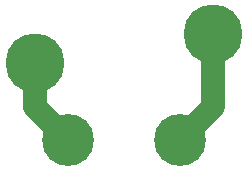
<source format=gbr>
%TF.GenerationSoftware,KiCad,Pcbnew,9.0.3*%
%TF.CreationDate,2025-08-07T15:10:49+10:00*%
%TF.ProjectId,motorMount,6d6f746f-724d-46f7-956e-742e6b696361,rev?*%
%TF.SameCoordinates,Original*%
%TF.FileFunction,Copper,L1,Top*%
%TF.FilePolarity,Positive*%
%FSLAX46Y46*%
G04 Gerber Fmt 4.6, Leading zero omitted, Abs format (unit mm)*
G04 Created by KiCad (PCBNEW 9.0.3) date 2025-08-07 15:10:49*
%MOMM*%
%LPD*%
G01*
G04 APERTURE LIST*
%TA.AperFunction,ComponentPad*%
%ADD10C,4.400000*%
%TD*%
%TA.AperFunction,ComponentPad*%
%ADD11C,5.000000*%
%TD*%
%TA.AperFunction,Conductor*%
%ADD12C,2.000000*%
%TD*%
G04 APERTURE END LIST*
D10*
%TO.P,H4,1,1*%
%TO.N,+9V*%
X153500000Y-104000000D03*
%TD*%
D11*
%TO.P,H1,1,1*%
%TO.N,Earth*%
X141250000Y-97500000D03*
%TD*%
%TO.P,H2,1,1*%
%TO.N,+9V*%
X156250000Y-95000000D03*
%TD*%
D10*
%TO.P,H3,1,1*%
%TO.N,Earth*%
X144000000Y-104000000D03*
%TD*%
D12*
%TO.N,Earth*%
X141250000Y-101250000D02*
X144000000Y-104000000D01*
X141250000Y-97500000D02*
X141250000Y-101250000D01*
%TO.N,+9V*%
X156250000Y-101250000D02*
X153500000Y-104000000D01*
X156250000Y-95000000D02*
X156250000Y-101250000D01*
%TD*%
M02*

</source>
